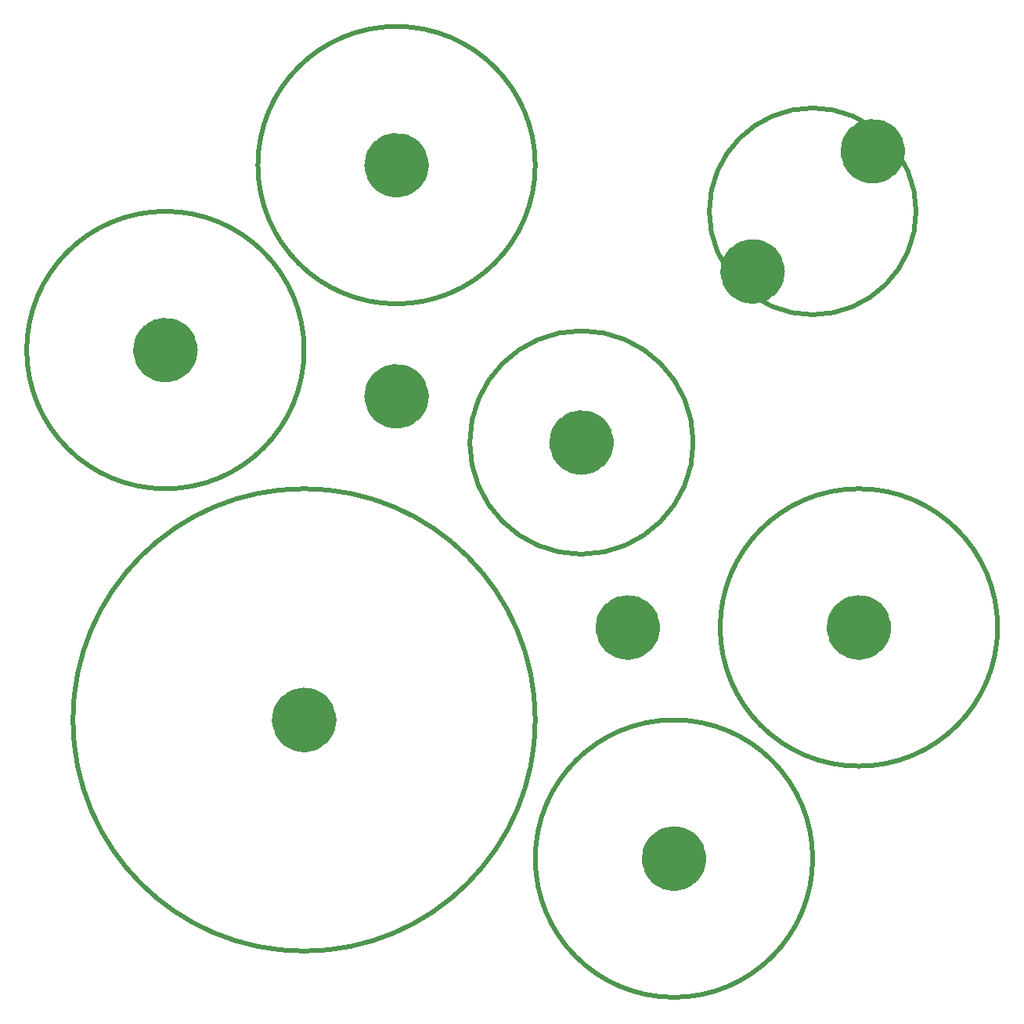
<source format=gbr>
G04 #@! TF.FileFunction,Legend,Top*
%FSLAX46Y46*%
G04 Gerber Fmt 4.6, Leading zero omitted, Abs format (unit mm)*
G04 Created by KiCad (PCBNEW 4.0.6) date 12/04/17 20:42:47*
%MOMM*%
%LPD*%
G01*
G04 APERTURE LIST*
%ADD10C,0.050000*%
%ADD11C,5.000000*%
%ADD12C,0.500000*%
G04 APERTURE END LIST*
D10*
D11*
X177500000Y-53500000D02*
G75*
G03X177500000Y-53500000I-1000000J0D01*
G01*
X164500000Y-66500000D02*
G75*
G03X164500000Y-66500000I-1000000J0D01*
G01*
X126000000Y-55000000D02*
G75*
G03X126000000Y-55000000I-1000000J0D01*
G01*
X101000000Y-75000000D02*
G75*
G03X101000000Y-75000000I-1000000J0D01*
G01*
X126000000Y-80000000D02*
G75*
G03X126000000Y-80000000I-1000000J0D01*
G01*
X116000000Y-115000000D02*
G75*
G03X116000000Y-115000000I-1000000J0D01*
G01*
X156000000Y-130000000D02*
G75*
G03X156000000Y-130000000I-1000000J0D01*
G01*
X176000000Y-105000000D02*
G75*
G03X176000000Y-105000000I-1000000J0D01*
G01*
X151000000Y-105000000D02*
G75*
G03X151000000Y-105000000I-1000000J0D01*
G01*
X146000000Y-85000000D02*
G75*
G03X146000000Y-85000000I-1000000J0D01*
G01*
D12*
X157083046Y-85000000D02*
G75*
G03X157083046Y-85000000I-12083046J0D01*
G01*
X181180340Y-60000000D02*
G75*
G03X181180340Y-60000000I-11180340J0D01*
G01*
X140000000Y-55000000D02*
G75*
G03X140000000Y-55000000I-15000000J0D01*
G01*
X115000000Y-75000000D02*
G75*
G03X115000000Y-75000000I-15000000J0D01*
G01*
X190000000Y-105000000D02*
G75*
G03X190000000Y-105000000I-15000000J0D01*
G01*
X170000000Y-130000000D02*
G75*
G03X170000000Y-130000000I-15000000J0D01*
G01*
X140000000Y-115000000D02*
G75*
G03X140000000Y-115000000I-25000000J0D01*
G01*
M02*

</source>
